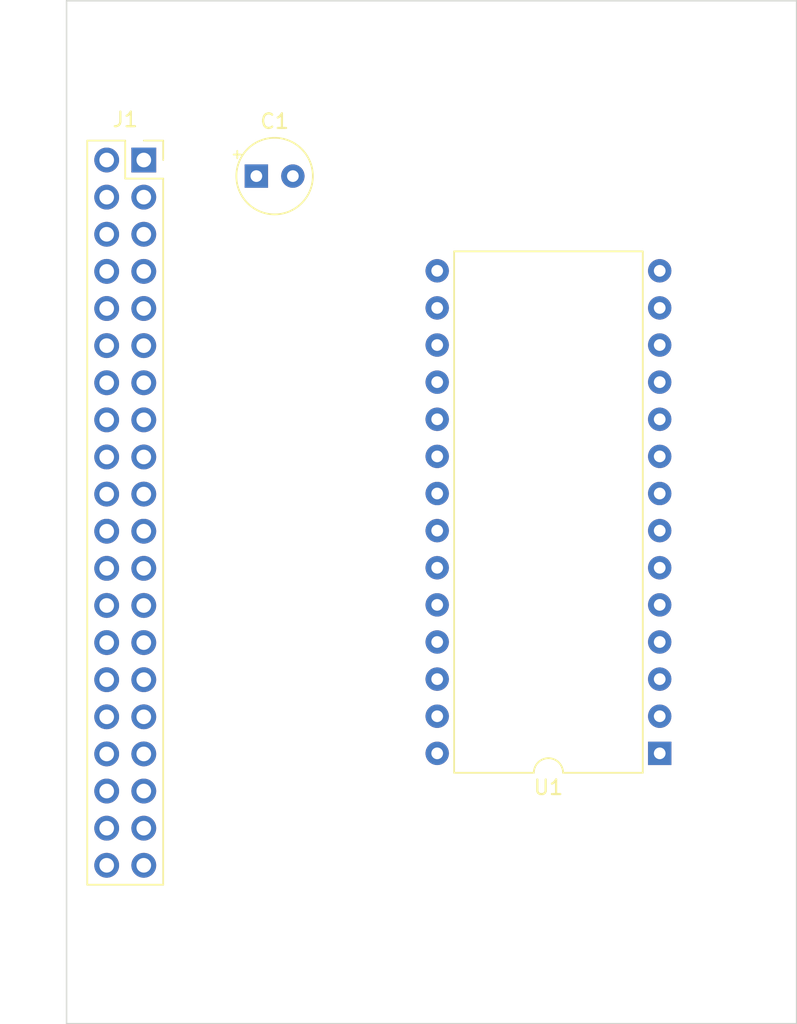
<source format=kicad_pcb>
(kicad_pcb (version 20211014) (generator pcbnew)
  (layers (0 "F.Cu" signal) (31 "B.Cu" signal) (34 "B.Paste" user) (35 "F.Paste" user) (36 "B.SilkS" user "B.Silkscreen") (37 "F.SilkS" user "F.Silkscreen") (38 "B.Mask" user) (39 "F.Mask" user) (44 "Edge.Cuts" user))
  (net 0 "")
  (net 1 "/A16")
  (net 2 "/A13")
  (net 3 "/A8")
  (net 4 "/A7")
  (net 5 "/A6")
  (net 6 "/A5")
  (net 7 "/A4")
  (net 8 "/A3")
  (net 9 "/A2")
  (net 10 "/A1")
  (net 11 "/D0")
  (net 12 "/D1")
  (net 13 "/D2")
  (net 14 "/GND")
  (net 15 "/D3")
  (net 16 "/D4")
  (net 17 "/D5")
  (net 18 "/D6")
  (net 19 "/D7")
  (net 20 "/CS")
  (net 21 "/A11")
  (net 22 "/A12")
  (net 23 "/A10")
  (net 24 "/A9")
  (net 25 "/A14")
  (net 26 "/A15")
  (net 27 "/VCC")
  (net 28 "/RW")
  (net 37 "/A17")
  (net 38 "/A18")
  (net 39 "/A19")
  (net 40 "/A20")
  (footprint "Capacitor_THT:CP_Radial_Tantal_D5.0mm_P2.50mm" (layer "F.Cu") (at 31 135)
    (fp_text reference "C1" (at 1.25 -3.75) (layer "F.SilkS"))
    (fp_text value "100nF")
    (fp_line (start -1.304775 -1.725) (end -1.304775 -1.225) (layer "F.SilkS") (width 0.12))
    (fp_line (start -1.554775 -1.475) (end -1.054775 -1.475) (layer "F.SilkS") (width 0.12))
    (fp_circle (center 1.25 0) (end 3.87 0) (layer "F.SilkS") (width 0.12) (fill none))
    (pad "1" thru_hole rect (at 0 0) (size 1.6 1.6) (drill 0.8) (layers *.Cu *.Mask) (net 27 "/VCC"))
    (pad "2" thru_hole circle (at 2.5 0) (size 1.6 1.6) (drill 0.8) (layers *.Cu *.Mask) (net 14 "/GND"))
  )
  (footprint "Connector_PinSocket_2.54mm:PinSocket_2x20_P2.54mm_Vertical" (layer "F.Cu") (at 23.29 133.9)
    (fp_text reference "J1" (at -1.27 -2.77) (layer "F.SilkS"))
    (fp_text value "Conn_02x20_Odd_Even")
    (fp_line (start -3.87 -1.33) (end -3.87 49.59) (layer "F.SilkS") (width 0.12))
    (fp_line (start -3.87 -1.33) (end -1.27 -1.33) (layer "F.SilkS") (width 0.12))
    (fp_line (start -1.27 -1.33) (end -1.27 1.27) (layer "F.SilkS") (width 0.12))
    (fp_line (start -1.27 1.27) (end 1.33 1.27) (layer "F.SilkS") (width 0.12))
    (fp_line (start 1.33 1.27) (end 1.33 49.59) (layer "F.SilkS") (width 0.12))
    (fp_line (start -3.87 49.59) (end 1.33 49.59) (layer "F.SilkS") (width 0.12))
    (fp_line (start 1.33 -1.33) (end 1.33 0) (layer "F.SilkS") (width 0.12))
    (fp_line (start 0 -1.33) (end 1.33 -1.33) (layer "F.SilkS") (width 0.12))
    (pad "1" thru_hole rect (at 0 0) (size 1.7 1.7) (drill 1) (layers *.Cu *.Mask) (net 27 "/VCC"))
    (pad "2" thru_hole oval (at -2.54 0) (size 1.7 1.7) (drill 1) (layers *.Cu *.Mask) (net 10 "/A1"))
    (pad "3" thru_hole oval (at 0 2.54) (size 1.7 1.7) (drill 1) (layers *.Cu *.Mask) (net 14 "/GND"))
    (pad "4" thru_hole oval (at -2.54 2.54) (size 1.7 1.7) (drill 1) (layers *.Cu *.Mask) (net 9 "/A2"))
    (pad "5" thru_hole oval (at 0 5.08) (size 1.7 1.7) (drill 1) (layers *.Cu *.Mask) (net 20 "/CS"))
    (pad "6" thru_hole oval (at -2.54 5.08) (size 1.7 1.7) (drill 1) (layers *.Cu *.Mask) (net 8 "/A3"))
    (pad "7" thru_hole oval (at 0 7.62) (size 1.7 1.7) (drill 1) (layers *.Cu *.Mask) (net 28 "/RW"))
    (pad "8" thru_hole oval (at -2.54 7.62) (size 1.7 1.7) (drill 1) (layers *.Cu *.Mask) (net 7 "/A4"))
    (pad "9" thru_hole oval (at 0 10.16) (size 1.7 1.7) (drill 1) (layers *.Cu *.Mask))
    (pad "10" thru_hole oval (at -2.54 10.16) (size 1.7 1.7) (drill 1) (layers *.Cu *.Mask) (net 6 "/A5"))
    (pad "11" thru_hole oval (at 0 12.7) (size 1.7 1.7) (drill 1) (layers *.Cu *.Mask))
    (pad "12" thru_hole oval (at -2.54 12.7) (size 1.7 1.7) (drill 1) (layers *.Cu *.Mask) (net 5 "/A6"))
    (pad "13" thru_hole oval (at 0 15.24) (size 1.7 1.7) (drill 1) (layers *.Cu *.Mask))
    (pad "14" thru_hole oval (at -2.54 15.24) (size 1.7 1.7) (drill 1) (layers *.Cu *.Mask) (net 4 "/A7"))
    (pad "15" thru_hole oval (at 0 17.78) (size 1.7 1.7) (drill 1) (layers *.Cu *.Mask))
    (pad "16" thru_hole oval (at -2.54 17.78) (size 1.7 1.7) (drill 1) (layers *.Cu *.Mask) (net 3 "/A8"))
    (pad "17" thru_hole oval (at 0 20.32) (size 1.7 1.7) (drill 1) (layers *.Cu *.Mask))
    (pad "18" thru_hole oval (at -2.54 20.32) (size 1.7 1.7) (drill 1) (layers *.Cu *.Mask) (net 24 "/A9"))
    (pad "19" thru_hole oval (at 0 22.86) (size 1.7 1.7) (drill 1) (layers *.Cu *.Mask))
    (pad "20" thru_hole oval (at -2.54 22.86) (size 1.7 1.7) (drill 1) (layers *.Cu *.Mask) (net 23 "/A10"))
    (pad "21" thru_hole oval (at 0 25.4) (size 1.7 1.7) (drill 1) (layers *.Cu *.Mask))
    (pad "22" thru_hole oval (at -2.54 25.4) (size 1.7 1.7) (drill 1) (layers *.Cu *.Mask) (net 21 "/A11"))
    (pad "23" thru_hole oval (at 0 27.94) (size 1.7 1.7) (drill 1) (layers *.Cu *.Mask))
    (pad "24" thru_hole oval (at -2.54 27.94) (size 1.7 1.7) (drill 1) (layers *.Cu *.Mask) (net 22 "/A12"))
    (pad "25" thru_hole oval (at 0 30.48) (size 1.7 1.7) (drill 1) (layers *.Cu *.Mask) (net 11 "/D0"))
    (pad "26" thru_hole oval (at -2.54 30.48) (size 1.7 1.7) (drill 1) (layers *.Cu *.Mask) (net 2 "/A13"))
    (pad "27" thru_hole oval (at 0 33.02) (size 1.7 1.7) (drill 1) (layers *.Cu *.Mask) (net 12 "/D1"))
    (pad "28" thru_hole oval (at -2.54 33.02) (size 1.7 1.7) (drill 1) (layers *.Cu *.Mask) (net 25 "/A14"))
    (pad "29" thru_hole oval (at 0 35.56) (size 1.7 1.7) (drill 1) (layers *.Cu *.Mask) (net 13 "/D2"))
    (pad "30" thru_hole oval (at -2.54 35.56) (size 1.7 1.7) (drill 1) (layers *.Cu *.Mask) (net 26 "/A15"))
    (pad "31" thru_hole oval (at 0 38.1) (size 1.7 1.7) (drill 1) (layers *.Cu *.Mask) (net 15 "/D3"))
    (pad "32" thru_hole oval (at -2.54 38.1) (size 1.7 1.7) (drill 1) (layers *.Cu *.Mask) (net 1 "/A16"))
    (pad "33" thru_hole oval (at 0 40.64) (size 1.7 1.7) (drill 1) (layers *.Cu *.Mask) (net 16 "/D4"))
    (pad "34" thru_hole oval (at -2.54 40.64) (size 1.7 1.7) (drill 1) (layers *.Cu *.Mask) (net 37 "/A17"))
    (pad "35" thru_hole oval (at 0 43.18) (size 1.7 1.7) (drill 1) (layers *.Cu *.Mask) (net 17 "/D5"))
    (pad "36" thru_hole oval (at -2.54 43.18) (size 1.7 1.7) (drill 1) (layers *.Cu *.Mask) (net 38 "/A18"))
    (pad "37" thru_hole oval (at 0 45.72) (size 1.7 1.7) (drill 1) (layers *.Cu *.Mask) (net 18 "/D6"))
    (pad "38" thru_hole oval (at -2.54 45.72) (size 1.7 1.7) (drill 1) (layers *.Cu *.Mask) (net 39 "/A19"))
    (pad "39" thru_hole oval (at 0 48.26) (size 1.7 1.7) (drill 1) (layers *.Cu *.Mask) (net 19 "/D7"))
    (pad "40" thru_hole oval (at -2.54 48.26) (size 1.7 1.7) (drill 1) (layers *.Cu *.Mask) (net 40 "/A20"))
  )
  (footprint "Package_DIP:DIP-28_W15.24mm" (layer "F.Cu") (at 58.625 174.5 180)
    (fp_text reference "U1" (at 7.62 -2.33) (layer "F.SilkS"))
    (fp_text value "27C512")
    (fp_line (start 1.16 -1.33) (end 1.16 34.35) (layer "F.SilkS") (width 0.12))
    (fp_line (start 6.62 -1.33) (end 1.16 -1.33) (layer "F.SilkS") (width 0.12))
    (fp_line (start 1.16 34.35) (end 14.08 34.35) (layer "F.SilkS") (width 0.12))
    (fp_line (start 14.08 34.35) (end 14.08 -1.33) (layer "F.SilkS") (width 0.12))
    (fp_line (start 14.08 -1.33) (end 8.62 -1.33) (layer "F.SilkS") (width 0.12))
    (fp_arc (start 8.62 -1.33) (mid 7.62 -0.33) (end 6.62 -1.33) (layer "F.SilkS") (width 0.12))
    (pad "1" thru_hole rect (at 0 0 180) (size 1.6 1.6) (drill 0.8) (layers *.Cu *.Mask) (net 1 "/A16"))
    (pad "2" thru_hole oval (at 0 2.54 180) (size 1.6 1.6) (drill 0.8) (layers *.Cu *.Mask) (net 2 "/A13"))
    (pad "3" thru_hole oval (at 0 5.08 180) (size 1.6 1.6) (drill 0.8) (layers *.Cu *.Mask) (net 3 "/A8"))
    (pad "4" thru_hole oval (at 0 7.62 180) (size 1.6 1.6) (drill 0.8) (layers *.Cu *.Mask) (net 4 "/A7"))
    (pad "5" thru_hole oval (at 0 10.16 180) (size 1.6 1.6) (drill 0.8) (layers *.Cu *.Mask) (net 5 "/A6"))
    (pad "6" thru_hole oval (at 0 12.7 180) (size 1.6 1.6) (drill 0.8) (layers *.Cu *.Mask) (net 6 "/A5"))
    (pad "7" thru_hole oval (at 0 15.24 180) (size 1.6 1.6) (drill 0.8) (layers *.Cu *.Mask) (net 7 "/A4"))
    (pad "8" thru_hole oval (at 0 17.78 180) (size 1.6 1.6) (drill 0.8) (layers *.Cu *.Mask) (net 8 "/A3"))
    (pad "9" thru_hole oval (at 0 20.32 180) (size 1.6 1.6) (drill 0.8) (layers *.Cu *.Mask) (net 9 "/A2"))
    (pad "10" thru_hole oval (at 0 22.86 180) (size 1.6 1.6) (drill 0.8) (layers *.Cu *.Mask) (net 10 "/A1"))
    (pad "11" thru_hole oval (at 0 25.4 180) (size 1.6 1.6) (drill 0.8) (layers *.Cu *.Mask) (net 11 "/D0"))
    (pad "12" thru_hole oval (at 0 27.94 180) (size 1.6 1.6) (drill 0.8) (layers *.Cu *.Mask) (net 12 "/D1"))
    (pad "13" thru_hole oval (at 0 30.48 180) (size 1.6 1.6) (drill 0.8) (layers *.Cu *.Mask) (net 13 "/D2"))
    (pad "14" thru_hole oval (at 0 33.02 180) (size 1.6 1.6) (drill 0.8) (layers *.Cu *.Mask) (net 14 "/GND"))
    (pad "15" thru_hole oval (at 15.24 33.02 180) (size 1.6 1.6) (drill 0.8) (layers *.Cu *.Mask) (net 15 "/D3"))
    (pad "16" thru_hole oval (at 15.24 30.48 180) (size 1.6 1.6) (drill 0.8) (layers *.Cu *.Mask) (net 16 "/D4"))
    (pad "17" thru_hole oval (at 15.24 27.94 180) (size 1.6 1.6) (drill 0.8) (layers *.Cu *.Mask) (net 17 "/D5"))
    (pad "18" thru_hole oval (at 15.24 25.4 180) (size 1.6 1.6) (drill 0.8) (layers *.Cu *.Mask) (net 18 "/D6"))
    (pad "19" thru_hole oval (at 15.24 22.86 180) (size 1.6 1.6) (drill 0.8) (layers *.Cu *.Mask) (net 19 "/D7"))
    (pad "20" thru_hole oval (at 15.24 20.32 180) (size 1.6 1.6) (drill 0.8) (layers *.Cu *.Mask) (net 20 "/CS"))
    (pad "21" thru_hole oval (at 15.24 17.78 180) (size 1.6 1.6) (drill 0.8) (layers *.Cu *.Mask) (net 21 "/A11"))
    (pad "22" thru_hole oval (at 15.24 15.24 180) (size 1.6 1.6) (drill 0.8) (layers *.Cu *.Mask) (net 14 "/GND"))
    (pad "23" thru_hole oval (at 15.24 12.7 180) (size 1.6 1.6) (drill 0.8) (layers *.Cu *.Mask) (net 22 "/A12"))
    (pad "24" thru_hole oval (at 15.24 10.16 180) (size 1.6 1.6) (drill 0.8) (layers *.Cu *.Mask) (net 23 "/A10"))
    (pad "25" thru_hole oval (at 15.24 7.62 180) (size 1.6 1.6) (drill 0.8) (layers *.Cu *.Mask) (net 24 "/A9"))
    (pad "26" thru_hole oval (at 15.24 5.08 180) (size 1.6 1.6) (drill 0.8) (layers *.Cu *.Mask) (net 25 "/A14"))
    (pad "27" thru_hole oval (at 15.24 2.54 180) (size 1.6 1.6) (drill 0.8) (layers *.Cu *.Mask) (net 26 "/A15"))
    (pad "28" thru_hole oval (at 15.24 0 180) (size 1.6 1.6) (drill 0.8) (layers *.Cu *.Mask) (net 27 "/VCC"))
  )
  (gr_rect (start 18 193) (end 68 123) (layer "Edge.Cuts") (width 0.1) (fill none))
)
</source>
